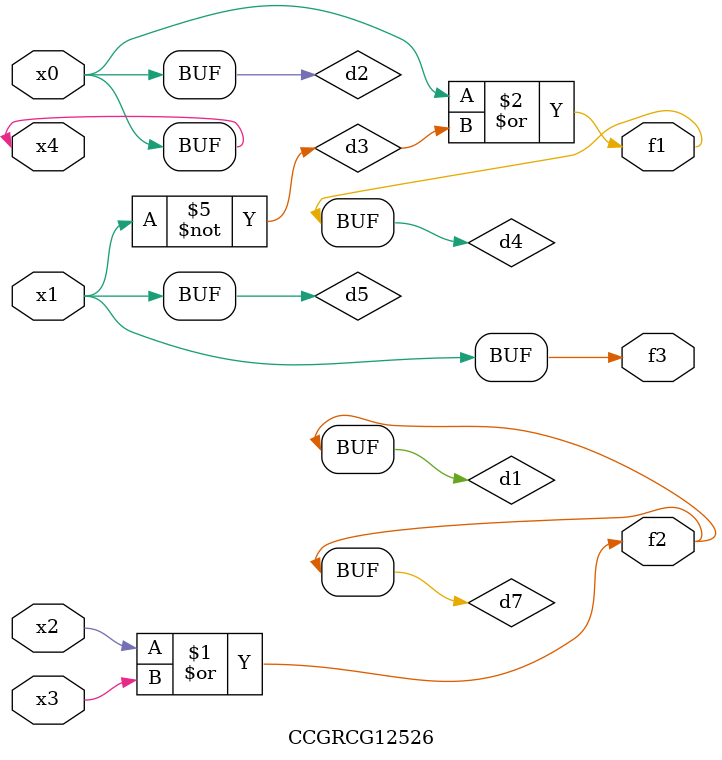
<source format=v>
module CCGRCG12526(
	input x0, x1, x2, x3, x4,
	output f1, f2, f3
);

	wire d1, d2, d3, d4, d5, d6, d7;

	or (d1, x2, x3);
	buf (d2, x0, x4);
	not (d3, x1);
	or (d4, d2, d3);
	not (d5, d3);
	nand (d6, d1, d3);
	or (d7, d1);
	assign f1 = d4;
	assign f2 = d7;
	assign f3 = d5;
endmodule

</source>
